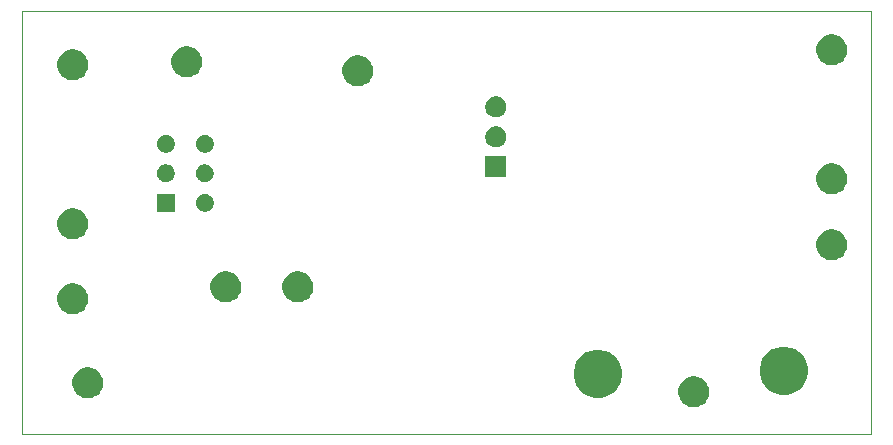
<source format=gbr>
G04 #@! TF.GenerationSoftware,KiCad,Pcbnew,(5.1.5)-3*
G04 #@! TF.CreationDate,2020-04-26T21:45:51-07:00*
G04 #@! TF.ProjectId,JessopIII_SPP460,4a657373-6f70-4494-9949-5f5350503436,rev?*
G04 #@! TF.SameCoordinates,Original*
G04 #@! TF.FileFunction,Soldermask,Bot*
G04 #@! TF.FilePolarity,Negative*
%FSLAX46Y46*%
G04 Gerber Fmt 4.6, Leading zero omitted, Abs format (unit mm)*
G04 Created by KiCad (PCBNEW (5.1.5)-3) date 2020-04-26 21:45:51*
%MOMM*%
%LPD*%
G04 APERTURE LIST*
G04 #@! TA.AperFunction,Profile*
%ADD10C,0.100000*%
G04 #@! TD*
%ADD11C,0.100000*%
G04 APERTURE END LIST*
D10*
X138430000Y-61722000D02*
X138430000Y-97536000D01*
X66548000Y-61722000D02*
X138430000Y-61722000D01*
X66548000Y-97536000D02*
X66548000Y-61722000D01*
X138430000Y-97536000D02*
X66548000Y-97536000D01*
D11*
G36*
X123823487Y-92728996D02*
G01*
X124060253Y-92827068D01*
X124060255Y-92827069D01*
X124273339Y-92969447D01*
X124454553Y-93150661D01*
X124585166Y-93346137D01*
X124596932Y-93363747D01*
X124695004Y-93600513D01*
X124745000Y-93851861D01*
X124745000Y-94108139D01*
X124695004Y-94359487D01*
X124649640Y-94469004D01*
X124596931Y-94596255D01*
X124454553Y-94809339D01*
X124273339Y-94990553D01*
X124060255Y-95132931D01*
X124060254Y-95132932D01*
X124060253Y-95132932D01*
X123823487Y-95231004D01*
X123572139Y-95281000D01*
X123315861Y-95281000D01*
X123064513Y-95231004D01*
X122827747Y-95132932D01*
X122827746Y-95132932D01*
X122827745Y-95132931D01*
X122614661Y-94990553D01*
X122433447Y-94809339D01*
X122291069Y-94596255D01*
X122238360Y-94469004D01*
X122192996Y-94359487D01*
X122143000Y-94108139D01*
X122143000Y-93851861D01*
X122192996Y-93600513D01*
X122291068Y-93363747D01*
X122302835Y-93346137D01*
X122433447Y-93150661D01*
X122614661Y-92969447D01*
X122827745Y-92827069D01*
X122827747Y-92827068D01*
X123064513Y-92728996D01*
X123315861Y-92679000D01*
X123572139Y-92679000D01*
X123823487Y-92728996D01*
G37*
G36*
X72515487Y-91966996D02*
G01*
X72752253Y-92065068D01*
X72752255Y-92065069D01*
X72965339Y-92207447D01*
X73146553Y-92388661D01*
X73288932Y-92601747D01*
X73387004Y-92838513D01*
X73437000Y-93089861D01*
X73437000Y-93346139D01*
X73387004Y-93597487D01*
X73318199Y-93763596D01*
X73288931Y-93834255D01*
X73146553Y-94047339D01*
X72965339Y-94228553D01*
X72752255Y-94370931D01*
X72752254Y-94370932D01*
X72752253Y-94370932D01*
X72515487Y-94469004D01*
X72264139Y-94519000D01*
X72007861Y-94519000D01*
X71756513Y-94469004D01*
X71519747Y-94370932D01*
X71519746Y-94370932D01*
X71519745Y-94370931D01*
X71306661Y-94228553D01*
X71125447Y-94047339D01*
X70983069Y-93834255D01*
X70953801Y-93763596D01*
X70884996Y-93597487D01*
X70835000Y-93346139D01*
X70835000Y-93089861D01*
X70884996Y-92838513D01*
X70983068Y-92601747D01*
X71125447Y-92388661D01*
X71306661Y-92207447D01*
X71519745Y-92065069D01*
X71519747Y-92065068D01*
X71756513Y-91966996D01*
X72007861Y-91917000D01*
X72264139Y-91917000D01*
X72515487Y-91966996D01*
G37*
G36*
X115914326Y-90483578D02*
G01*
X115914329Y-90483579D01*
X115914328Y-90483579D01*
X116287631Y-90638206D01*
X116623596Y-90862690D01*
X116909310Y-91148404D01*
X116964077Y-91230369D01*
X117133795Y-91484371D01*
X117288422Y-91857674D01*
X117367250Y-92253968D01*
X117367250Y-92658032D01*
X117288422Y-93054326D01*
X117160256Y-93363747D01*
X117133794Y-93427631D01*
X116909310Y-93763596D01*
X116623596Y-94049310D01*
X116287631Y-94273794D01*
X116287630Y-94273795D01*
X116287629Y-94273795D01*
X115914326Y-94428422D01*
X115518032Y-94507250D01*
X115113968Y-94507250D01*
X114717674Y-94428422D01*
X114344371Y-94273795D01*
X114344370Y-94273795D01*
X114344369Y-94273794D01*
X114008404Y-94049310D01*
X113722690Y-93763596D01*
X113498206Y-93427631D01*
X113471744Y-93363747D01*
X113343578Y-93054326D01*
X113264750Y-92658032D01*
X113264750Y-92253968D01*
X113343578Y-91857674D01*
X113498205Y-91484371D01*
X113667923Y-91230369D01*
X113722690Y-91148404D01*
X114008404Y-90862690D01*
X114344369Y-90638206D01*
X114717672Y-90483579D01*
X114717671Y-90483579D01*
X114717674Y-90483578D01*
X115113968Y-90404750D01*
X115518032Y-90404750D01*
X115914326Y-90483578D01*
G37*
G36*
X131662326Y-90229578D02*
G01*
X131662329Y-90229579D01*
X131662328Y-90229579D01*
X132035631Y-90384206D01*
X132371596Y-90608690D01*
X132657310Y-90894404D01*
X132881794Y-91230369D01*
X132881795Y-91230371D01*
X133036422Y-91603674D01*
X133115250Y-91999968D01*
X133115250Y-92404032D01*
X133036422Y-92800326D01*
X132881795Y-93173629D01*
X132881794Y-93173631D01*
X132657310Y-93509596D01*
X132371596Y-93795310D01*
X132035631Y-94019794D01*
X132035630Y-94019795D01*
X132035629Y-94019795D01*
X131662326Y-94174422D01*
X131266032Y-94253250D01*
X130861968Y-94253250D01*
X130465674Y-94174422D01*
X130092371Y-94019795D01*
X130092370Y-94019795D01*
X130092369Y-94019794D01*
X129756404Y-93795310D01*
X129470690Y-93509596D01*
X129246206Y-93173631D01*
X129246205Y-93173629D01*
X129091578Y-92800326D01*
X129012750Y-92404032D01*
X129012750Y-91999968D01*
X129091578Y-91603674D01*
X129246205Y-91230371D01*
X129246206Y-91230369D01*
X129470690Y-90894404D01*
X129756404Y-90608690D01*
X130092369Y-90384206D01*
X130465672Y-90229579D01*
X130465671Y-90229579D01*
X130465674Y-90229578D01*
X130861968Y-90150750D01*
X131266032Y-90150750D01*
X131662326Y-90229578D01*
G37*
G36*
X71245393Y-84855304D02*
G01*
X71482101Y-84953352D01*
X71482103Y-84953353D01*
X71695135Y-85095696D01*
X71876304Y-85276865D01*
X72004947Y-85469394D01*
X72018648Y-85489899D01*
X72116696Y-85726607D01*
X72166680Y-85977893D01*
X72166680Y-86234107D01*
X72116696Y-86485393D01*
X72018648Y-86722101D01*
X72018647Y-86722103D01*
X71876304Y-86935135D01*
X71695135Y-87116304D01*
X71482103Y-87258647D01*
X71482102Y-87258648D01*
X71482101Y-87258648D01*
X71245393Y-87356696D01*
X70994107Y-87406680D01*
X70737893Y-87406680D01*
X70486607Y-87356696D01*
X70249899Y-87258648D01*
X70249898Y-87258648D01*
X70249897Y-87258647D01*
X70036865Y-87116304D01*
X69855696Y-86935135D01*
X69713353Y-86722103D01*
X69713352Y-86722101D01*
X69615304Y-86485393D01*
X69565320Y-86234107D01*
X69565320Y-85977893D01*
X69615304Y-85726607D01*
X69713352Y-85489899D01*
X69727053Y-85469394D01*
X69855696Y-85276865D01*
X70036865Y-85095696D01*
X70249897Y-84953353D01*
X70249899Y-84953352D01*
X70486607Y-84855304D01*
X70737893Y-84805320D01*
X70994107Y-84805320D01*
X71245393Y-84855304D01*
G37*
G36*
X90295393Y-83839304D02*
G01*
X90532101Y-83937352D01*
X90532103Y-83937353D01*
X90745135Y-84079696D01*
X90926304Y-84260865D01*
X91068647Y-84473897D01*
X91068648Y-84473899D01*
X91166696Y-84710607D01*
X91216680Y-84961893D01*
X91216680Y-85218107D01*
X91166696Y-85469393D01*
X91158202Y-85489899D01*
X91068647Y-85706103D01*
X90926304Y-85919135D01*
X90745135Y-86100304D01*
X90532103Y-86242647D01*
X90532102Y-86242648D01*
X90532101Y-86242648D01*
X90295393Y-86340696D01*
X90044107Y-86390680D01*
X89787893Y-86390680D01*
X89536607Y-86340696D01*
X89299899Y-86242648D01*
X89299898Y-86242648D01*
X89299897Y-86242647D01*
X89086865Y-86100304D01*
X88905696Y-85919135D01*
X88763353Y-85706103D01*
X88673798Y-85489899D01*
X88665304Y-85469393D01*
X88615320Y-85218107D01*
X88615320Y-84961893D01*
X88665304Y-84710607D01*
X88763352Y-84473899D01*
X88763353Y-84473897D01*
X88905696Y-84260865D01*
X89086865Y-84079696D01*
X89299897Y-83937353D01*
X89299899Y-83937352D01*
X89536607Y-83839304D01*
X89787893Y-83789320D01*
X90044107Y-83789320D01*
X90295393Y-83839304D01*
G37*
G36*
X84199393Y-83839304D02*
G01*
X84436101Y-83937352D01*
X84436103Y-83937353D01*
X84649135Y-84079696D01*
X84830304Y-84260865D01*
X84972647Y-84473897D01*
X84972648Y-84473899D01*
X85070696Y-84710607D01*
X85120680Y-84961893D01*
X85120680Y-85218107D01*
X85070696Y-85469393D01*
X85062202Y-85489899D01*
X84972647Y-85706103D01*
X84830304Y-85919135D01*
X84649135Y-86100304D01*
X84436103Y-86242647D01*
X84436102Y-86242648D01*
X84436101Y-86242648D01*
X84199393Y-86340696D01*
X83948107Y-86390680D01*
X83691893Y-86390680D01*
X83440607Y-86340696D01*
X83203899Y-86242648D01*
X83203898Y-86242648D01*
X83203897Y-86242647D01*
X82990865Y-86100304D01*
X82809696Y-85919135D01*
X82667353Y-85706103D01*
X82577798Y-85489899D01*
X82569304Y-85469393D01*
X82519320Y-85218107D01*
X82519320Y-84961893D01*
X82569304Y-84710607D01*
X82667352Y-84473899D01*
X82667353Y-84473897D01*
X82809696Y-84260865D01*
X82990865Y-84079696D01*
X83203897Y-83937353D01*
X83203899Y-83937352D01*
X83440607Y-83839304D01*
X83691893Y-83789320D01*
X83948107Y-83789320D01*
X84199393Y-83839304D01*
G37*
G36*
X135507393Y-80283304D02*
G01*
X135721767Y-80372101D01*
X135744103Y-80381353D01*
X135957135Y-80523696D01*
X136138304Y-80704865D01*
X136179356Y-80766304D01*
X136280648Y-80917899D01*
X136378696Y-81154607D01*
X136428680Y-81405893D01*
X136428680Y-81662107D01*
X136378696Y-81913393D01*
X136280648Y-82150101D01*
X136280647Y-82150103D01*
X136138304Y-82363135D01*
X135957135Y-82544304D01*
X135744103Y-82686647D01*
X135744102Y-82686648D01*
X135744101Y-82686648D01*
X135507393Y-82784696D01*
X135256107Y-82834680D01*
X134999893Y-82834680D01*
X134748607Y-82784696D01*
X134511899Y-82686648D01*
X134511898Y-82686648D01*
X134511897Y-82686647D01*
X134298865Y-82544304D01*
X134117696Y-82363135D01*
X133975353Y-82150103D01*
X133975352Y-82150101D01*
X133877304Y-81913393D01*
X133827320Y-81662107D01*
X133827320Y-81405893D01*
X133877304Y-81154607D01*
X133975352Y-80917899D01*
X134076644Y-80766304D01*
X134117696Y-80704865D01*
X134298865Y-80523696D01*
X134511897Y-80381353D01*
X134534233Y-80372101D01*
X134748607Y-80283304D01*
X134999893Y-80233320D01*
X135256107Y-80233320D01*
X135507393Y-80283304D01*
G37*
G36*
X71245393Y-78505304D02*
G01*
X71482101Y-78603352D01*
X71482103Y-78603353D01*
X71695135Y-78745696D01*
X71876304Y-78926865D01*
X72018647Y-79139897D01*
X72018648Y-79139899D01*
X72116696Y-79376607D01*
X72166680Y-79627893D01*
X72166680Y-79884107D01*
X72116696Y-80135393D01*
X72018648Y-80372101D01*
X72018647Y-80372103D01*
X71876304Y-80585135D01*
X71695135Y-80766304D01*
X71482103Y-80908647D01*
X71482102Y-80908648D01*
X71482101Y-80908648D01*
X71245393Y-81006696D01*
X70994107Y-81056680D01*
X70737893Y-81056680D01*
X70486607Y-81006696D01*
X70249899Y-80908648D01*
X70249898Y-80908648D01*
X70249897Y-80908647D01*
X70036865Y-80766304D01*
X69855696Y-80585135D01*
X69713353Y-80372103D01*
X69713352Y-80372101D01*
X69615304Y-80135393D01*
X69565320Y-79884107D01*
X69565320Y-79627893D01*
X69615304Y-79376607D01*
X69713352Y-79139899D01*
X69713353Y-79139897D01*
X69855696Y-78926865D01*
X70036865Y-78745696D01*
X70249897Y-78603353D01*
X70249899Y-78603352D01*
X70486607Y-78505304D01*
X70737893Y-78455320D01*
X70994107Y-78455320D01*
X71245393Y-78505304D01*
G37*
G36*
X82212907Y-77246680D02*
G01*
X82259059Y-77255860D01*
X82395732Y-77312472D01*
X82518735Y-77394660D01*
X82623340Y-77499265D01*
X82705528Y-77622268D01*
X82762140Y-77758941D01*
X82791000Y-77904033D01*
X82791000Y-78051967D01*
X82762140Y-78197059D01*
X82705528Y-78333732D01*
X82623340Y-78456735D01*
X82518735Y-78561340D01*
X82395732Y-78643528D01*
X82395731Y-78643529D01*
X82395730Y-78643529D01*
X82259059Y-78700140D01*
X82113968Y-78729000D01*
X81966032Y-78729000D01*
X81820941Y-78700140D01*
X81684270Y-78643529D01*
X81684269Y-78643529D01*
X81684268Y-78643528D01*
X81561265Y-78561340D01*
X81456660Y-78456735D01*
X81374472Y-78333732D01*
X81317860Y-78197059D01*
X81289000Y-78051967D01*
X81289000Y-77904033D01*
X81317860Y-77758941D01*
X81374472Y-77622268D01*
X81456660Y-77499265D01*
X81561265Y-77394660D01*
X81684268Y-77312472D01*
X81820941Y-77255860D01*
X81867093Y-77246680D01*
X81966032Y-77227000D01*
X82113968Y-77227000D01*
X82212907Y-77246680D01*
G37*
G36*
X79491000Y-78729000D02*
G01*
X77989000Y-78729000D01*
X77989000Y-77227000D01*
X79491000Y-77227000D01*
X79491000Y-78729000D01*
G37*
G36*
X135507393Y-74695304D02*
G01*
X135744101Y-74793352D01*
X135744103Y-74793353D01*
X135957135Y-74935696D01*
X136138304Y-75116865D01*
X136280647Y-75329897D01*
X136280648Y-75329899D01*
X136378696Y-75566607D01*
X136428680Y-75817893D01*
X136428680Y-76074107D01*
X136378696Y-76325393D01*
X136280648Y-76562101D01*
X136280647Y-76562103D01*
X136138304Y-76775135D01*
X135957135Y-76956304D01*
X135744103Y-77098647D01*
X135744102Y-77098648D01*
X135744101Y-77098648D01*
X135507393Y-77196696D01*
X135256107Y-77246680D01*
X134999893Y-77246680D01*
X134748607Y-77196696D01*
X134511899Y-77098648D01*
X134511898Y-77098648D01*
X134511897Y-77098647D01*
X134298865Y-76956304D01*
X134117696Y-76775135D01*
X133975353Y-76562103D01*
X133975352Y-76562101D01*
X133877304Y-76325393D01*
X133827320Y-76074107D01*
X133827320Y-75817893D01*
X133877304Y-75566607D01*
X133975352Y-75329899D01*
X133975353Y-75329897D01*
X134117696Y-75116865D01*
X134298865Y-74935696D01*
X134511897Y-74793353D01*
X134511899Y-74793352D01*
X134748607Y-74695304D01*
X134999893Y-74645320D01*
X135256107Y-74645320D01*
X135507393Y-74695304D01*
G37*
G36*
X78959059Y-74755860D02*
G01*
X79049573Y-74793352D01*
X79095732Y-74812472D01*
X79218735Y-74894660D01*
X79323340Y-74999265D01*
X79405528Y-75122268D01*
X79462140Y-75258941D01*
X79491000Y-75404033D01*
X79491000Y-75551967D01*
X79462140Y-75697059D01*
X79405528Y-75833732D01*
X79323340Y-75956735D01*
X79218735Y-76061340D01*
X79095732Y-76143528D01*
X79095731Y-76143529D01*
X79095730Y-76143529D01*
X78959059Y-76200140D01*
X78813968Y-76229000D01*
X78666032Y-76229000D01*
X78520941Y-76200140D01*
X78384270Y-76143529D01*
X78384269Y-76143529D01*
X78384268Y-76143528D01*
X78261265Y-76061340D01*
X78156660Y-75956735D01*
X78074472Y-75833732D01*
X78017860Y-75697059D01*
X77989000Y-75551967D01*
X77989000Y-75404033D01*
X78017860Y-75258941D01*
X78074472Y-75122268D01*
X78156660Y-74999265D01*
X78261265Y-74894660D01*
X78384268Y-74812472D01*
X78430428Y-74793352D01*
X78520941Y-74755860D01*
X78666032Y-74727000D01*
X78813968Y-74727000D01*
X78959059Y-74755860D01*
G37*
G36*
X82259059Y-74755860D02*
G01*
X82349573Y-74793352D01*
X82395732Y-74812472D01*
X82518735Y-74894660D01*
X82623340Y-74999265D01*
X82705528Y-75122268D01*
X82762140Y-75258941D01*
X82791000Y-75404033D01*
X82791000Y-75551967D01*
X82762140Y-75697059D01*
X82705528Y-75833732D01*
X82623340Y-75956735D01*
X82518735Y-76061340D01*
X82395732Y-76143528D01*
X82395731Y-76143529D01*
X82395730Y-76143529D01*
X82259059Y-76200140D01*
X82113968Y-76229000D01*
X81966032Y-76229000D01*
X81820941Y-76200140D01*
X81684270Y-76143529D01*
X81684269Y-76143529D01*
X81684268Y-76143528D01*
X81561265Y-76061340D01*
X81456660Y-75956735D01*
X81374472Y-75833732D01*
X81317860Y-75697059D01*
X81289000Y-75551967D01*
X81289000Y-75404033D01*
X81317860Y-75258941D01*
X81374472Y-75122268D01*
X81456660Y-74999265D01*
X81561265Y-74894660D01*
X81684268Y-74812472D01*
X81730428Y-74793352D01*
X81820941Y-74755860D01*
X81966032Y-74727000D01*
X82113968Y-74727000D01*
X82259059Y-74755860D01*
G37*
G36*
X107581000Y-75831000D02*
G01*
X105779000Y-75831000D01*
X105779000Y-74029000D01*
X107581000Y-74029000D01*
X107581000Y-75831000D01*
G37*
G36*
X78959059Y-72255860D02*
G01*
X79095732Y-72312472D01*
X79218735Y-72394660D01*
X79323340Y-72499265D01*
X79323341Y-72499267D01*
X79405529Y-72622270D01*
X79462140Y-72758941D01*
X79491000Y-72904032D01*
X79491000Y-73051968D01*
X79462140Y-73197059D01*
X79437571Y-73256375D01*
X79405528Y-73333732D01*
X79323340Y-73456735D01*
X79218735Y-73561340D01*
X79095732Y-73643528D01*
X79095731Y-73643529D01*
X79095730Y-73643529D01*
X78959059Y-73700140D01*
X78813968Y-73729000D01*
X78666032Y-73729000D01*
X78520941Y-73700140D01*
X78384270Y-73643529D01*
X78384269Y-73643529D01*
X78384268Y-73643528D01*
X78261265Y-73561340D01*
X78156660Y-73456735D01*
X78074472Y-73333732D01*
X78042430Y-73256375D01*
X78017860Y-73197059D01*
X77989000Y-73051968D01*
X77989000Y-72904032D01*
X78017860Y-72758941D01*
X78074471Y-72622270D01*
X78156659Y-72499267D01*
X78156660Y-72499265D01*
X78261265Y-72394660D01*
X78384268Y-72312472D01*
X78520941Y-72255860D01*
X78666032Y-72227000D01*
X78813968Y-72227000D01*
X78959059Y-72255860D01*
G37*
G36*
X82259059Y-72255860D02*
G01*
X82395732Y-72312472D01*
X82518735Y-72394660D01*
X82623340Y-72499265D01*
X82623341Y-72499267D01*
X82705529Y-72622270D01*
X82762140Y-72758941D01*
X82791000Y-72904032D01*
X82791000Y-73051968D01*
X82762140Y-73197059D01*
X82737571Y-73256375D01*
X82705528Y-73333732D01*
X82623340Y-73456735D01*
X82518735Y-73561340D01*
X82395732Y-73643528D01*
X82395731Y-73643529D01*
X82395730Y-73643529D01*
X82259059Y-73700140D01*
X82113968Y-73729000D01*
X81966032Y-73729000D01*
X81820941Y-73700140D01*
X81684270Y-73643529D01*
X81684269Y-73643529D01*
X81684268Y-73643528D01*
X81561265Y-73561340D01*
X81456660Y-73456735D01*
X81374472Y-73333732D01*
X81342430Y-73256375D01*
X81317860Y-73197059D01*
X81289000Y-73051968D01*
X81289000Y-72904032D01*
X81317860Y-72758941D01*
X81374471Y-72622270D01*
X81456659Y-72499267D01*
X81456660Y-72499265D01*
X81561265Y-72394660D01*
X81684268Y-72312472D01*
X81820941Y-72255860D01*
X81966032Y-72227000D01*
X82113968Y-72227000D01*
X82259059Y-72255860D01*
G37*
G36*
X106793512Y-71493927D02*
G01*
X106942812Y-71523624D01*
X107106784Y-71591544D01*
X107254354Y-71690147D01*
X107379853Y-71815646D01*
X107478456Y-71963216D01*
X107546376Y-72127188D01*
X107581000Y-72301259D01*
X107581000Y-72478741D01*
X107546376Y-72652812D01*
X107478456Y-72816784D01*
X107379853Y-72964354D01*
X107254354Y-73089853D01*
X107106784Y-73188456D01*
X106942812Y-73256376D01*
X106793512Y-73286073D01*
X106768742Y-73291000D01*
X106591258Y-73291000D01*
X106566488Y-73286073D01*
X106417188Y-73256376D01*
X106253216Y-73188456D01*
X106105646Y-73089853D01*
X105980147Y-72964354D01*
X105881544Y-72816784D01*
X105813624Y-72652812D01*
X105779000Y-72478741D01*
X105779000Y-72301259D01*
X105813624Y-72127188D01*
X105881544Y-71963216D01*
X105980147Y-71815646D01*
X106105646Y-71690147D01*
X106253216Y-71591544D01*
X106417188Y-71523624D01*
X106566488Y-71493927D01*
X106591258Y-71489000D01*
X106768742Y-71489000D01*
X106793512Y-71493927D01*
G37*
G36*
X106793512Y-68953927D02*
G01*
X106942812Y-68983624D01*
X107106784Y-69051544D01*
X107254354Y-69150147D01*
X107379853Y-69275646D01*
X107478456Y-69423216D01*
X107546376Y-69587188D01*
X107581000Y-69761259D01*
X107581000Y-69938741D01*
X107546376Y-70112812D01*
X107478456Y-70276784D01*
X107379853Y-70424354D01*
X107254354Y-70549853D01*
X107106784Y-70648456D01*
X106942812Y-70716376D01*
X106793512Y-70746073D01*
X106768742Y-70751000D01*
X106591258Y-70751000D01*
X106566488Y-70746073D01*
X106417188Y-70716376D01*
X106253216Y-70648456D01*
X106105646Y-70549853D01*
X105980147Y-70424354D01*
X105881544Y-70276784D01*
X105813624Y-70112812D01*
X105779000Y-69938741D01*
X105779000Y-69761259D01*
X105813624Y-69587188D01*
X105881544Y-69423216D01*
X105980147Y-69275646D01*
X106105646Y-69150147D01*
X106253216Y-69051544D01*
X106417188Y-68983624D01*
X106566488Y-68953927D01*
X106591258Y-68949000D01*
X106768742Y-68949000D01*
X106793512Y-68953927D01*
G37*
G36*
X95375487Y-65550996D02*
G01*
X95612253Y-65649068D01*
X95612255Y-65649069D01*
X95825339Y-65791447D01*
X96006553Y-65972661D01*
X96143042Y-66176931D01*
X96148932Y-66185747D01*
X96247004Y-66422513D01*
X96297000Y-66673861D01*
X96297000Y-66930139D01*
X96247004Y-67181487D01*
X96201768Y-67290695D01*
X96148931Y-67418255D01*
X96006553Y-67631339D01*
X95825339Y-67812553D01*
X95612255Y-67954931D01*
X95612254Y-67954932D01*
X95612253Y-67954932D01*
X95375487Y-68053004D01*
X95124139Y-68103000D01*
X94867861Y-68103000D01*
X94616513Y-68053004D01*
X94379747Y-67954932D01*
X94379746Y-67954932D01*
X94379745Y-67954931D01*
X94166661Y-67812553D01*
X93985447Y-67631339D01*
X93843069Y-67418255D01*
X93790232Y-67290695D01*
X93744996Y-67181487D01*
X93695000Y-66930139D01*
X93695000Y-66673861D01*
X93744996Y-66422513D01*
X93843068Y-66185747D01*
X93848959Y-66176931D01*
X93985447Y-65972661D01*
X94166661Y-65791447D01*
X94379745Y-65649069D01*
X94379747Y-65649068D01*
X94616513Y-65550996D01*
X94867861Y-65501000D01*
X95124139Y-65501000D01*
X95375487Y-65550996D01*
G37*
G36*
X71245393Y-65043304D02*
G01*
X71482101Y-65141352D01*
X71482103Y-65141353D01*
X71695135Y-65283696D01*
X71876304Y-65464865D01*
X72007094Y-65660607D01*
X72018648Y-65677899D01*
X72116696Y-65914607D01*
X72166680Y-66165893D01*
X72166680Y-66422107D01*
X72116696Y-66673393D01*
X72018648Y-66910101D01*
X72018647Y-66910103D01*
X71876304Y-67123135D01*
X71695135Y-67304304D01*
X71482103Y-67446647D01*
X71482102Y-67446648D01*
X71482101Y-67446648D01*
X71245393Y-67544696D01*
X70994107Y-67594680D01*
X70737893Y-67594680D01*
X70486607Y-67544696D01*
X70249899Y-67446648D01*
X70249898Y-67446648D01*
X70249897Y-67446647D01*
X70036865Y-67304304D01*
X69855696Y-67123135D01*
X69713353Y-66910103D01*
X69713352Y-66910101D01*
X69615304Y-66673393D01*
X69565320Y-66422107D01*
X69565320Y-66165893D01*
X69615304Y-65914607D01*
X69713352Y-65677899D01*
X69724906Y-65660607D01*
X69855696Y-65464865D01*
X70036865Y-65283696D01*
X70249897Y-65141353D01*
X70249899Y-65141352D01*
X70486607Y-65043304D01*
X70737893Y-64993320D01*
X70994107Y-64993320D01*
X71245393Y-65043304D01*
G37*
G36*
X80897393Y-64789304D02*
G01*
X81134101Y-64887352D01*
X81134103Y-64887353D01*
X81347135Y-65029696D01*
X81528304Y-65210865D01*
X81657010Y-65403488D01*
X81670648Y-65423899D01*
X81768696Y-65660607D01*
X81818680Y-65911893D01*
X81818680Y-66168107D01*
X81768696Y-66419393D01*
X81670648Y-66656101D01*
X81670647Y-66656103D01*
X81528304Y-66869135D01*
X81347135Y-67050304D01*
X81134103Y-67192647D01*
X81134102Y-67192648D01*
X81134101Y-67192648D01*
X80897393Y-67290696D01*
X80646107Y-67340680D01*
X80389893Y-67340680D01*
X80138607Y-67290696D01*
X79901899Y-67192648D01*
X79901898Y-67192648D01*
X79901897Y-67192647D01*
X79688865Y-67050304D01*
X79507696Y-66869135D01*
X79365353Y-66656103D01*
X79365352Y-66656101D01*
X79267304Y-66419393D01*
X79217320Y-66168107D01*
X79217320Y-65911893D01*
X79267304Y-65660607D01*
X79365352Y-65423899D01*
X79378990Y-65403488D01*
X79507696Y-65210865D01*
X79688865Y-65029696D01*
X79901897Y-64887353D01*
X79901899Y-64887352D01*
X80138607Y-64789304D01*
X80389893Y-64739320D01*
X80646107Y-64739320D01*
X80897393Y-64789304D01*
G37*
G36*
X135507487Y-63772996D02*
G01*
X135744253Y-63871068D01*
X135744255Y-63871069D01*
X135957339Y-64013447D01*
X136138553Y-64194661D01*
X136280932Y-64407747D01*
X136379004Y-64644513D01*
X136429000Y-64895861D01*
X136429000Y-65152139D01*
X136379004Y-65403487D01*
X136317903Y-65550997D01*
X136280931Y-65640255D01*
X136138553Y-65853339D01*
X135957339Y-66034553D01*
X135744255Y-66176931D01*
X135744254Y-66176932D01*
X135744253Y-66176932D01*
X135507487Y-66275004D01*
X135256139Y-66325000D01*
X134999861Y-66325000D01*
X134748513Y-66275004D01*
X134511747Y-66176932D01*
X134511746Y-66176932D01*
X134511745Y-66176931D01*
X134298661Y-66034553D01*
X134117447Y-65853339D01*
X133975069Y-65640255D01*
X133938097Y-65550997D01*
X133876996Y-65403487D01*
X133827000Y-65152139D01*
X133827000Y-64895861D01*
X133876996Y-64644513D01*
X133975068Y-64407747D01*
X134117447Y-64194661D01*
X134298661Y-64013447D01*
X134511745Y-63871069D01*
X134511747Y-63871068D01*
X134748513Y-63772996D01*
X134999861Y-63723000D01*
X135256139Y-63723000D01*
X135507487Y-63772996D01*
G37*
M02*

</source>
